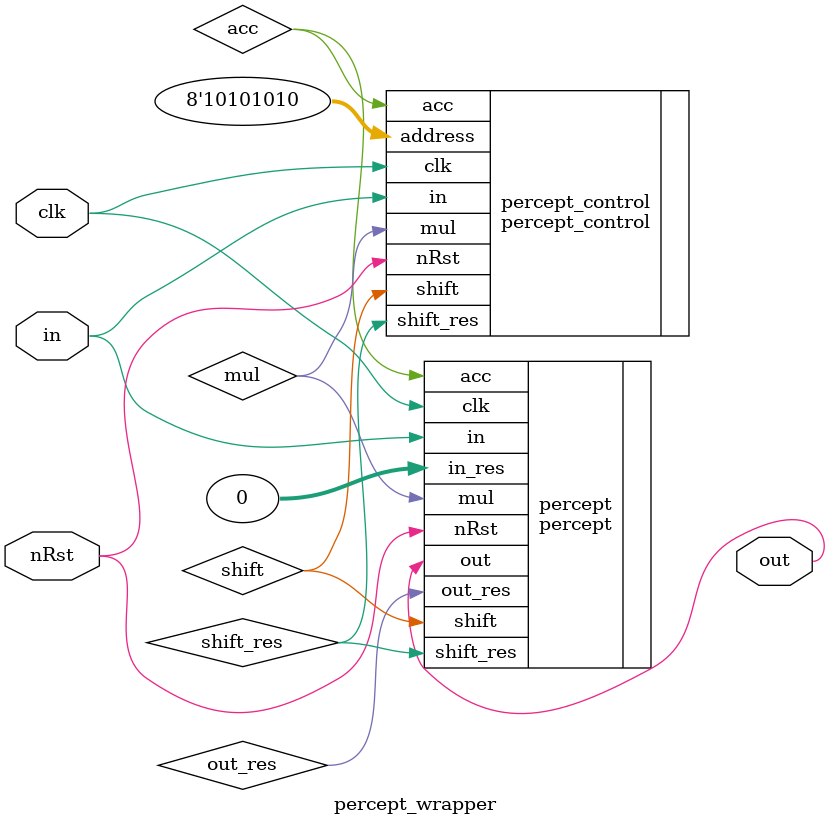
<source format=v>
module percept_wrapper(
   input             clk,
   input             nRst,
   input             in,
   output            out
);

   wire        shift;
   wire        shift_res;
   wire        mul;
   wire        acc;

  percept percept(
      .clk           (clk        ),
      .nRst          (nRst       ),
      .in            (in         ),
      .in_res        (0          ),
      .shift         (shift      ),
      .shift_res     (shift_res  ),
      .mul           (mul        ),
      .acc           (acc        ),
      .out           (out        ),
      .out_res       (out_res    )
   );

  percept_control percept_control(
      .clk           (clk        ),
      .nRst          (nRst       ),
      .address       (8'hAA      ),
      .in            (in         ),
      .shift         (shift      ),
      .shift_res     (shift_res  ),
      .mul           (mul        ),
      .acc           (acc        )
   );


endmodule

</source>
